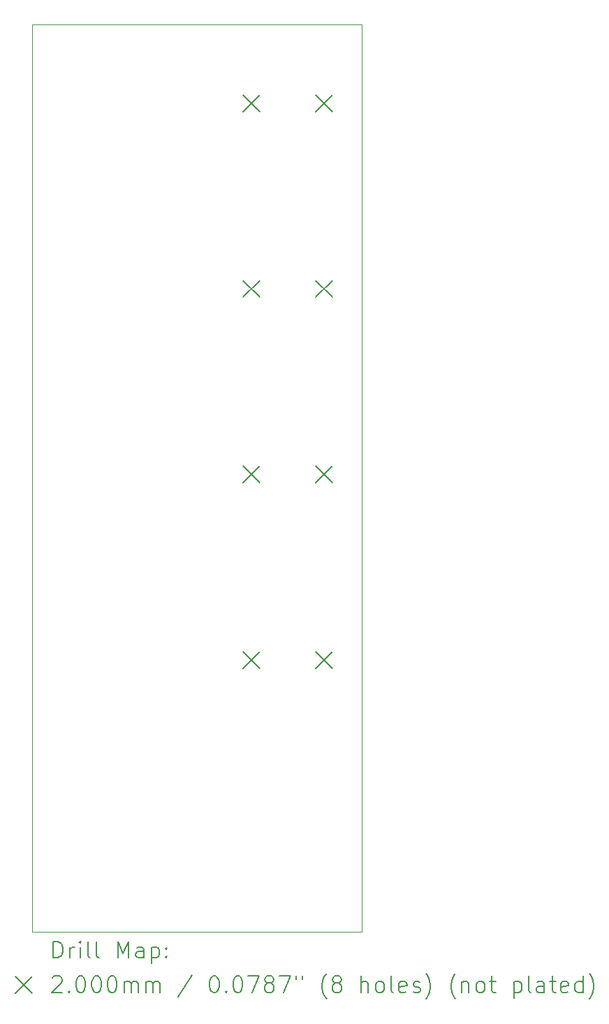
<source format=gbr>
%TF.GenerationSoftware,KiCad,Pcbnew,7.0.5.1-1-g8f565ef7f0-dirty-deb11*%
%TF.CreationDate,Date%
%TF.ProjectId,Basic-DC-mixer,42617369-632d-4444-932d-6d697865722e,rev?*%
%TF.SameCoordinates,Original*%
%TF.FileFunction,Drillmap*%
%TF.FilePolarity,Positive*%
%FSLAX45Y45*%
G04 Gerber Fmt 4.5, Leading zero omitted, Abs format (unit mm)*
G04 Created by KiCad*
%MOMM*%
%LPD*%
G01*
G04 APERTURE LIST*
%ADD10C,0.050000*%
%ADD11C,0.200000*%
G04 APERTURE END LIST*
D10*
X7000000Y-3100000D02*
X7000000Y-14100000D01*
X3000000Y-3100000D02*
X3000000Y-14100000D01*
X3000000Y-3100000D02*
X7000000Y-3100000D01*
X3000000Y-14100000D02*
X7000000Y-14100000D01*
D11*
X5560000Y-3955000D02*
X5760000Y-4155000D01*
X5760000Y-3955000D02*
X5560000Y-4155000D01*
X5560000Y-6205000D02*
X5760000Y-6405000D01*
X5760000Y-6205000D02*
X5560000Y-6405000D01*
X5560000Y-8455000D02*
X5760000Y-8655000D01*
X5760000Y-8455000D02*
X5560000Y-8655000D01*
X5560000Y-10705000D02*
X5760000Y-10905000D01*
X5760000Y-10705000D02*
X5560000Y-10905000D01*
X6440000Y-3955000D02*
X6640000Y-4155000D01*
X6640000Y-3955000D02*
X6440000Y-4155000D01*
X6440000Y-6205000D02*
X6640000Y-6405000D01*
X6640000Y-6205000D02*
X6440000Y-6405000D01*
X6440000Y-8455000D02*
X6640000Y-8655000D01*
X6640000Y-8455000D02*
X6440000Y-8655000D01*
X6440000Y-10705000D02*
X6640000Y-10905000D01*
X6640000Y-10705000D02*
X6440000Y-10905000D01*
X3258277Y-14413984D02*
X3258277Y-14213984D01*
X3258277Y-14213984D02*
X3305896Y-14213984D01*
X3305896Y-14213984D02*
X3334467Y-14223508D01*
X3334467Y-14223508D02*
X3353515Y-14242555D01*
X3353515Y-14242555D02*
X3363039Y-14261603D01*
X3363039Y-14261603D02*
X3372562Y-14299698D01*
X3372562Y-14299698D02*
X3372562Y-14328269D01*
X3372562Y-14328269D02*
X3363039Y-14366365D01*
X3363039Y-14366365D02*
X3353515Y-14385412D01*
X3353515Y-14385412D02*
X3334467Y-14404460D01*
X3334467Y-14404460D02*
X3305896Y-14413984D01*
X3305896Y-14413984D02*
X3258277Y-14413984D01*
X3458277Y-14413984D02*
X3458277Y-14280650D01*
X3458277Y-14318746D02*
X3467801Y-14299698D01*
X3467801Y-14299698D02*
X3477324Y-14290174D01*
X3477324Y-14290174D02*
X3496372Y-14280650D01*
X3496372Y-14280650D02*
X3515420Y-14280650D01*
X3582086Y-14413984D02*
X3582086Y-14280650D01*
X3582086Y-14213984D02*
X3572562Y-14223508D01*
X3572562Y-14223508D02*
X3582086Y-14233031D01*
X3582086Y-14233031D02*
X3591610Y-14223508D01*
X3591610Y-14223508D02*
X3582086Y-14213984D01*
X3582086Y-14213984D02*
X3582086Y-14233031D01*
X3705896Y-14413984D02*
X3686848Y-14404460D01*
X3686848Y-14404460D02*
X3677324Y-14385412D01*
X3677324Y-14385412D02*
X3677324Y-14213984D01*
X3810658Y-14413984D02*
X3791610Y-14404460D01*
X3791610Y-14404460D02*
X3782086Y-14385412D01*
X3782086Y-14385412D02*
X3782086Y-14213984D01*
X4039229Y-14413984D02*
X4039229Y-14213984D01*
X4039229Y-14213984D02*
X4105896Y-14356841D01*
X4105896Y-14356841D02*
X4172562Y-14213984D01*
X4172562Y-14213984D02*
X4172562Y-14413984D01*
X4353515Y-14413984D02*
X4353515Y-14309222D01*
X4353515Y-14309222D02*
X4343991Y-14290174D01*
X4343991Y-14290174D02*
X4324944Y-14280650D01*
X4324944Y-14280650D02*
X4286848Y-14280650D01*
X4286848Y-14280650D02*
X4267801Y-14290174D01*
X4353515Y-14404460D02*
X4334467Y-14413984D01*
X4334467Y-14413984D02*
X4286848Y-14413984D01*
X4286848Y-14413984D02*
X4267801Y-14404460D01*
X4267801Y-14404460D02*
X4258277Y-14385412D01*
X4258277Y-14385412D02*
X4258277Y-14366365D01*
X4258277Y-14366365D02*
X4267801Y-14347317D01*
X4267801Y-14347317D02*
X4286848Y-14337793D01*
X4286848Y-14337793D02*
X4334467Y-14337793D01*
X4334467Y-14337793D02*
X4353515Y-14328269D01*
X4448753Y-14280650D02*
X4448753Y-14480650D01*
X4448753Y-14290174D02*
X4467801Y-14280650D01*
X4467801Y-14280650D02*
X4505896Y-14280650D01*
X4505896Y-14280650D02*
X4524944Y-14290174D01*
X4524944Y-14290174D02*
X4534467Y-14299698D01*
X4534467Y-14299698D02*
X4543991Y-14318746D01*
X4543991Y-14318746D02*
X4543991Y-14375888D01*
X4543991Y-14375888D02*
X4534467Y-14394936D01*
X4534467Y-14394936D02*
X4524944Y-14404460D01*
X4524944Y-14404460D02*
X4505896Y-14413984D01*
X4505896Y-14413984D02*
X4467801Y-14413984D01*
X4467801Y-14413984D02*
X4448753Y-14404460D01*
X4629705Y-14394936D02*
X4639229Y-14404460D01*
X4639229Y-14404460D02*
X4629705Y-14413984D01*
X4629705Y-14413984D02*
X4620182Y-14404460D01*
X4620182Y-14404460D02*
X4629705Y-14394936D01*
X4629705Y-14394936D02*
X4629705Y-14413984D01*
X4629705Y-14290174D02*
X4639229Y-14299698D01*
X4639229Y-14299698D02*
X4629705Y-14309222D01*
X4629705Y-14309222D02*
X4620182Y-14299698D01*
X4620182Y-14299698D02*
X4629705Y-14290174D01*
X4629705Y-14290174D02*
X4629705Y-14309222D01*
X2797500Y-14642500D02*
X2997500Y-14842500D01*
X2997500Y-14642500D02*
X2797500Y-14842500D01*
X3248753Y-14653031D02*
X3258277Y-14643508D01*
X3258277Y-14643508D02*
X3277324Y-14633984D01*
X3277324Y-14633984D02*
X3324943Y-14633984D01*
X3324943Y-14633984D02*
X3343991Y-14643508D01*
X3343991Y-14643508D02*
X3353515Y-14653031D01*
X3353515Y-14653031D02*
X3363039Y-14672079D01*
X3363039Y-14672079D02*
X3363039Y-14691127D01*
X3363039Y-14691127D02*
X3353515Y-14719698D01*
X3353515Y-14719698D02*
X3239229Y-14833984D01*
X3239229Y-14833984D02*
X3363039Y-14833984D01*
X3448753Y-14814936D02*
X3458277Y-14824460D01*
X3458277Y-14824460D02*
X3448753Y-14833984D01*
X3448753Y-14833984D02*
X3439229Y-14824460D01*
X3439229Y-14824460D02*
X3448753Y-14814936D01*
X3448753Y-14814936D02*
X3448753Y-14833984D01*
X3582086Y-14633984D02*
X3601134Y-14633984D01*
X3601134Y-14633984D02*
X3620182Y-14643508D01*
X3620182Y-14643508D02*
X3629705Y-14653031D01*
X3629705Y-14653031D02*
X3639229Y-14672079D01*
X3639229Y-14672079D02*
X3648753Y-14710174D01*
X3648753Y-14710174D02*
X3648753Y-14757793D01*
X3648753Y-14757793D02*
X3639229Y-14795888D01*
X3639229Y-14795888D02*
X3629705Y-14814936D01*
X3629705Y-14814936D02*
X3620182Y-14824460D01*
X3620182Y-14824460D02*
X3601134Y-14833984D01*
X3601134Y-14833984D02*
X3582086Y-14833984D01*
X3582086Y-14833984D02*
X3563039Y-14824460D01*
X3563039Y-14824460D02*
X3553515Y-14814936D01*
X3553515Y-14814936D02*
X3543991Y-14795888D01*
X3543991Y-14795888D02*
X3534467Y-14757793D01*
X3534467Y-14757793D02*
X3534467Y-14710174D01*
X3534467Y-14710174D02*
X3543991Y-14672079D01*
X3543991Y-14672079D02*
X3553515Y-14653031D01*
X3553515Y-14653031D02*
X3563039Y-14643508D01*
X3563039Y-14643508D02*
X3582086Y-14633984D01*
X3772562Y-14633984D02*
X3791610Y-14633984D01*
X3791610Y-14633984D02*
X3810658Y-14643508D01*
X3810658Y-14643508D02*
X3820182Y-14653031D01*
X3820182Y-14653031D02*
X3829705Y-14672079D01*
X3829705Y-14672079D02*
X3839229Y-14710174D01*
X3839229Y-14710174D02*
X3839229Y-14757793D01*
X3839229Y-14757793D02*
X3829705Y-14795888D01*
X3829705Y-14795888D02*
X3820182Y-14814936D01*
X3820182Y-14814936D02*
X3810658Y-14824460D01*
X3810658Y-14824460D02*
X3791610Y-14833984D01*
X3791610Y-14833984D02*
X3772562Y-14833984D01*
X3772562Y-14833984D02*
X3753515Y-14824460D01*
X3753515Y-14824460D02*
X3743991Y-14814936D01*
X3743991Y-14814936D02*
X3734467Y-14795888D01*
X3734467Y-14795888D02*
X3724943Y-14757793D01*
X3724943Y-14757793D02*
X3724943Y-14710174D01*
X3724943Y-14710174D02*
X3734467Y-14672079D01*
X3734467Y-14672079D02*
X3743991Y-14653031D01*
X3743991Y-14653031D02*
X3753515Y-14643508D01*
X3753515Y-14643508D02*
X3772562Y-14633984D01*
X3963039Y-14633984D02*
X3982086Y-14633984D01*
X3982086Y-14633984D02*
X4001134Y-14643508D01*
X4001134Y-14643508D02*
X4010658Y-14653031D01*
X4010658Y-14653031D02*
X4020182Y-14672079D01*
X4020182Y-14672079D02*
X4029705Y-14710174D01*
X4029705Y-14710174D02*
X4029705Y-14757793D01*
X4029705Y-14757793D02*
X4020182Y-14795888D01*
X4020182Y-14795888D02*
X4010658Y-14814936D01*
X4010658Y-14814936D02*
X4001134Y-14824460D01*
X4001134Y-14824460D02*
X3982086Y-14833984D01*
X3982086Y-14833984D02*
X3963039Y-14833984D01*
X3963039Y-14833984D02*
X3943991Y-14824460D01*
X3943991Y-14824460D02*
X3934467Y-14814936D01*
X3934467Y-14814936D02*
X3924943Y-14795888D01*
X3924943Y-14795888D02*
X3915420Y-14757793D01*
X3915420Y-14757793D02*
X3915420Y-14710174D01*
X3915420Y-14710174D02*
X3924943Y-14672079D01*
X3924943Y-14672079D02*
X3934467Y-14653031D01*
X3934467Y-14653031D02*
X3943991Y-14643508D01*
X3943991Y-14643508D02*
X3963039Y-14633984D01*
X4115420Y-14833984D02*
X4115420Y-14700650D01*
X4115420Y-14719698D02*
X4124943Y-14710174D01*
X4124943Y-14710174D02*
X4143991Y-14700650D01*
X4143991Y-14700650D02*
X4172563Y-14700650D01*
X4172563Y-14700650D02*
X4191610Y-14710174D01*
X4191610Y-14710174D02*
X4201134Y-14729222D01*
X4201134Y-14729222D02*
X4201134Y-14833984D01*
X4201134Y-14729222D02*
X4210658Y-14710174D01*
X4210658Y-14710174D02*
X4229705Y-14700650D01*
X4229705Y-14700650D02*
X4258277Y-14700650D01*
X4258277Y-14700650D02*
X4277325Y-14710174D01*
X4277325Y-14710174D02*
X4286848Y-14729222D01*
X4286848Y-14729222D02*
X4286848Y-14833984D01*
X4382086Y-14833984D02*
X4382086Y-14700650D01*
X4382086Y-14719698D02*
X4391610Y-14710174D01*
X4391610Y-14710174D02*
X4410658Y-14700650D01*
X4410658Y-14700650D02*
X4439229Y-14700650D01*
X4439229Y-14700650D02*
X4458277Y-14710174D01*
X4458277Y-14710174D02*
X4467801Y-14729222D01*
X4467801Y-14729222D02*
X4467801Y-14833984D01*
X4467801Y-14729222D02*
X4477325Y-14710174D01*
X4477325Y-14710174D02*
X4496372Y-14700650D01*
X4496372Y-14700650D02*
X4524944Y-14700650D01*
X4524944Y-14700650D02*
X4543991Y-14710174D01*
X4543991Y-14710174D02*
X4553515Y-14729222D01*
X4553515Y-14729222D02*
X4553515Y-14833984D01*
X4943991Y-14624460D02*
X4772563Y-14881603D01*
X5201134Y-14633984D02*
X5220182Y-14633984D01*
X5220182Y-14633984D02*
X5239229Y-14643508D01*
X5239229Y-14643508D02*
X5248753Y-14653031D01*
X5248753Y-14653031D02*
X5258277Y-14672079D01*
X5258277Y-14672079D02*
X5267801Y-14710174D01*
X5267801Y-14710174D02*
X5267801Y-14757793D01*
X5267801Y-14757793D02*
X5258277Y-14795888D01*
X5258277Y-14795888D02*
X5248753Y-14814936D01*
X5248753Y-14814936D02*
X5239229Y-14824460D01*
X5239229Y-14824460D02*
X5220182Y-14833984D01*
X5220182Y-14833984D02*
X5201134Y-14833984D01*
X5201134Y-14833984D02*
X5182087Y-14824460D01*
X5182087Y-14824460D02*
X5172563Y-14814936D01*
X5172563Y-14814936D02*
X5163039Y-14795888D01*
X5163039Y-14795888D02*
X5153515Y-14757793D01*
X5153515Y-14757793D02*
X5153515Y-14710174D01*
X5153515Y-14710174D02*
X5163039Y-14672079D01*
X5163039Y-14672079D02*
X5172563Y-14653031D01*
X5172563Y-14653031D02*
X5182087Y-14643508D01*
X5182087Y-14643508D02*
X5201134Y-14633984D01*
X5353515Y-14814936D02*
X5363039Y-14824460D01*
X5363039Y-14824460D02*
X5353515Y-14833984D01*
X5353515Y-14833984D02*
X5343991Y-14824460D01*
X5343991Y-14824460D02*
X5353515Y-14814936D01*
X5353515Y-14814936D02*
X5353515Y-14833984D01*
X5486848Y-14633984D02*
X5505896Y-14633984D01*
X5505896Y-14633984D02*
X5524944Y-14643508D01*
X5524944Y-14643508D02*
X5534468Y-14653031D01*
X5534468Y-14653031D02*
X5543991Y-14672079D01*
X5543991Y-14672079D02*
X5553515Y-14710174D01*
X5553515Y-14710174D02*
X5553515Y-14757793D01*
X5553515Y-14757793D02*
X5543991Y-14795888D01*
X5543991Y-14795888D02*
X5534468Y-14814936D01*
X5534468Y-14814936D02*
X5524944Y-14824460D01*
X5524944Y-14824460D02*
X5505896Y-14833984D01*
X5505896Y-14833984D02*
X5486848Y-14833984D01*
X5486848Y-14833984D02*
X5467801Y-14824460D01*
X5467801Y-14824460D02*
X5458277Y-14814936D01*
X5458277Y-14814936D02*
X5448753Y-14795888D01*
X5448753Y-14795888D02*
X5439229Y-14757793D01*
X5439229Y-14757793D02*
X5439229Y-14710174D01*
X5439229Y-14710174D02*
X5448753Y-14672079D01*
X5448753Y-14672079D02*
X5458277Y-14653031D01*
X5458277Y-14653031D02*
X5467801Y-14643508D01*
X5467801Y-14643508D02*
X5486848Y-14633984D01*
X5620182Y-14633984D02*
X5753515Y-14633984D01*
X5753515Y-14633984D02*
X5667801Y-14833984D01*
X5858277Y-14719698D02*
X5839229Y-14710174D01*
X5839229Y-14710174D02*
X5829706Y-14700650D01*
X5829706Y-14700650D02*
X5820182Y-14681603D01*
X5820182Y-14681603D02*
X5820182Y-14672079D01*
X5820182Y-14672079D02*
X5829706Y-14653031D01*
X5829706Y-14653031D02*
X5839229Y-14643508D01*
X5839229Y-14643508D02*
X5858277Y-14633984D01*
X5858277Y-14633984D02*
X5896372Y-14633984D01*
X5896372Y-14633984D02*
X5915420Y-14643508D01*
X5915420Y-14643508D02*
X5924944Y-14653031D01*
X5924944Y-14653031D02*
X5934467Y-14672079D01*
X5934467Y-14672079D02*
X5934467Y-14681603D01*
X5934467Y-14681603D02*
X5924944Y-14700650D01*
X5924944Y-14700650D02*
X5915420Y-14710174D01*
X5915420Y-14710174D02*
X5896372Y-14719698D01*
X5896372Y-14719698D02*
X5858277Y-14719698D01*
X5858277Y-14719698D02*
X5839229Y-14729222D01*
X5839229Y-14729222D02*
X5829706Y-14738746D01*
X5829706Y-14738746D02*
X5820182Y-14757793D01*
X5820182Y-14757793D02*
X5820182Y-14795888D01*
X5820182Y-14795888D02*
X5829706Y-14814936D01*
X5829706Y-14814936D02*
X5839229Y-14824460D01*
X5839229Y-14824460D02*
X5858277Y-14833984D01*
X5858277Y-14833984D02*
X5896372Y-14833984D01*
X5896372Y-14833984D02*
X5915420Y-14824460D01*
X5915420Y-14824460D02*
X5924944Y-14814936D01*
X5924944Y-14814936D02*
X5934467Y-14795888D01*
X5934467Y-14795888D02*
X5934467Y-14757793D01*
X5934467Y-14757793D02*
X5924944Y-14738746D01*
X5924944Y-14738746D02*
X5915420Y-14729222D01*
X5915420Y-14729222D02*
X5896372Y-14719698D01*
X6001134Y-14633984D02*
X6134467Y-14633984D01*
X6134467Y-14633984D02*
X6048753Y-14833984D01*
X6201134Y-14633984D02*
X6201134Y-14672079D01*
X6277325Y-14633984D02*
X6277325Y-14672079D01*
X6572563Y-14910174D02*
X6563039Y-14900650D01*
X6563039Y-14900650D02*
X6543991Y-14872079D01*
X6543991Y-14872079D02*
X6534468Y-14853031D01*
X6534468Y-14853031D02*
X6524944Y-14824460D01*
X6524944Y-14824460D02*
X6515420Y-14776841D01*
X6515420Y-14776841D02*
X6515420Y-14738746D01*
X6515420Y-14738746D02*
X6524944Y-14691127D01*
X6524944Y-14691127D02*
X6534468Y-14662555D01*
X6534468Y-14662555D02*
X6543991Y-14643508D01*
X6543991Y-14643508D02*
X6563039Y-14614936D01*
X6563039Y-14614936D02*
X6572563Y-14605412D01*
X6677325Y-14719698D02*
X6658277Y-14710174D01*
X6658277Y-14710174D02*
X6648753Y-14700650D01*
X6648753Y-14700650D02*
X6639229Y-14681603D01*
X6639229Y-14681603D02*
X6639229Y-14672079D01*
X6639229Y-14672079D02*
X6648753Y-14653031D01*
X6648753Y-14653031D02*
X6658277Y-14643508D01*
X6658277Y-14643508D02*
X6677325Y-14633984D01*
X6677325Y-14633984D02*
X6715420Y-14633984D01*
X6715420Y-14633984D02*
X6734468Y-14643508D01*
X6734468Y-14643508D02*
X6743991Y-14653031D01*
X6743991Y-14653031D02*
X6753515Y-14672079D01*
X6753515Y-14672079D02*
X6753515Y-14681603D01*
X6753515Y-14681603D02*
X6743991Y-14700650D01*
X6743991Y-14700650D02*
X6734468Y-14710174D01*
X6734468Y-14710174D02*
X6715420Y-14719698D01*
X6715420Y-14719698D02*
X6677325Y-14719698D01*
X6677325Y-14719698D02*
X6658277Y-14729222D01*
X6658277Y-14729222D02*
X6648753Y-14738746D01*
X6648753Y-14738746D02*
X6639229Y-14757793D01*
X6639229Y-14757793D02*
X6639229Y-14795888D01*
X6639229Y-14795888D02*
X6648753Y-14814936D01*
X6648753Y-14814936D02*
X6658277Y-14824460D01*
X6658277Y-14824460D02*
X6677325Y-14833984D01*
X6677325Y-14833984D02*
X6715420Y-14833984D01*
X6715420Y-14833984D02*
X6734468Y-14824460D01*
X6734468Y-14824460D02*
X6743991Y-14814936D01*
X6743991Y-14814936D02*
X6753515Y-14795888D01*
X6753515Y-14795888D02*
X6753515Y-14757793D01*
X6753515Y-14757793D02*
X6743991Y-14738746D01*
X6743991Y-14738746D02*
X6734468Y-14729222D01*
X6734468Y-14729222D02*
X6715420Y-14719698D01*
X6991610Y-14833984D02*
X6991610Y-14633984D01*
X7077325Y-14833984D02*
X7077325Y-14729222D01*
X7077325Y-14729222D02*
X7067801Y-14710174D01*
X7067801Y-14710174D02*
X7048753Y-14700650D01*
X7048753Y-14700650D02*
X7020182Y-14700650D01*
X7020182Y-14700650D02*
X7001134Y-14710174D01*
X7001134Y-14710174D02*
X6991610Y-14719698D01*
X7201134Y-14833984D02*
X7182087Y-14824460D01*
X7182087Y-14824460D02*
X7172563Y-14814936D01*
X7172563Y-14814936D02*
X7163039Y-14795888D01*
X7163039Y-14795888D02*
X7163039Y-14738746D01*
X7163039Y-14738746D02*
X7172563Y-14719698D01*
X7172563Y-14719698D02*
X7182087Y-14710174D01*
X7182087Y-14710174D02*
X7201134Y-14700650D01*
X7201134Y-14700650D02*
X7229706Y-14700650D01*
X7229706Y-14700650D02*
X7248753Y-14710174D01*
X7248753Y-14710174D02*
X7258277Y-14719698D01*
X7258277Y-14719698D02*
X7267801Y-14738746D01*
X7267801Y-14738746D02*
X7267801Y-14795888D01*
X7267801Y-14795888D02*
X7258277Y-14814936D01*
X7258277Y-14814936D02*
X7248753Y-14824460D01*
X7248753Y-14824460D02*
X7229706Y-14833984D01*
X7229706Y-14833984D02*
X7201134Y-14833984D01*
X7382087Y-14833984D02*
X7363039Y-14824460D01*
X7363039Y-14824460D02*
X7353515Y-14805412D01*
X7353515Y-14805412D02*
X7353515Y-14633984D01*
X7534468Y-14824460D02*
X7515420Y-14833984D01*
X7515420Y-14833984D02*
X7477325Y-14833984D01*
X7477325Y-14833984D02*
X7458277Y-14824460D01*
X7458277Y-14824460D02*
X7448753Y-14805412D01*
X7448753Y-14805412D02*
X7448753Y-14729222D01*
X7448753Y-14729222D02*
X7458277Y-14710174D01*
X7458277Y-14710174D02*
X7477325Y-14700650D01*
X7477325Y-14700650D02*
X7515420Y-14700650D01*
X7515420Y-14700650D02*
X7534468Y-14710174D01*
X7534468Y-14710174D02*
X7543991Y-14729222D01*
X7543991Y-14729222D02*
X7543991Y-14748269D01*
X7543991Y-14748269D02*
X7448753Y-14767317D01*
X7620182Y-14824460D02*
X7639230Y-14833984D01*
X7639230Y-14833984D02*
X7677325Y-14833984D01*
X7677325Y-14833984D02*
X7696372Y-14824460D01*
X7696372Y-14824460D02*
X7705896Y-14805412D01*
X7705896Y-14805412D02*
X7705896Y-14795888D01*
X7705896Y-14795888D02*
X7696372Y-14776841D01*
X7696372Y-14776841D02*
X7677325Y-14767317D01*
X7677325Y-14767317D02*
X7648753Y-14767317D01*
X7648753Y-14767317D02*
X7629706Y-14757793D01*
X7629706Y-14757793D02*
X7620182Y-14738746D01*
X7620182Y-14738746D02*
X7620182Y-14729222D01*
X7620182Y-14729222D02*
X7629706Y-14710174D01*
X7629706Y-14710174D02*
X7648753Y-14700650D01*
X7648753Y-14700650D02*
X7677325Y-14700650D01*
X7677325Y-14700650D02*
X7696372Y-14710174D01*
X7772563Y-14910174D02*
X7782087Y-14900650D01*
X7782087Y-14900650D02*
X7801134Y-14872079D01*
X7801134Y-14872079D02*
X7810658Y-14853031D01*
X7810658Y-14853031D02*
X7820182Y-14824460D01*
X7820182Y-14824460D02*
X7829706Y-14776841D01*
X7829706Y-14776841D02*
X7829706Y-14738746D01*
X7829706Y-14738746D02*
X7820182Y-14691127D01*
X7820182Y-14691127D02*
X7810658Y-14662555D01*
X7810658Y-14662555D02*
X7801134Y-14643508D01*
X7801134Y-14643508D02*
X7782087Y-14614936D01*
X7782087Y-14614936D02*
X7772563Y-14605412D01*
X8134468Y-14910174D02*
X8124944Y-14900650D01*
X8124944Y-14900650D02*
X8105896Y-14872079D01*
X8105896Y-14872079D02*
X8096372Y-14853031D01*
X8096372Y-14853031D02*
X8086849Y-14824460D01*
X8086849Y-14824460D02*
X8077325Y-14776841D01*
X8077325Y-14776841D02*
X8077325Y-14738746D01*
X8077325Y-14738746D02*
X8086849Y-14691127D01*
X8086849Y-14691127D02*
X8096372Y-14662555D01*
X8096372Y-14662555D02*
X8105896Y-14643508D01*
X8105896Y-14643508D02*
X8124944Y-14614936D01*
X8124944Y-14614936D02*
X8134468Y-14605412D01*
X8210658Y-14700650D02*
X8210658Y-14833984D01*
X8210658Y-14719698D02*
X8220182Y-14710174D01*
X8220182Y-14710174D02*
X8239230Y-14700650D01*
X8239230Y-14700650D02*
X8267801Y-14700650D01*
X8267801Y-14700650D02*
X8286849Y-14710174D01*
X8286849Y-14710174D02*
X8296372Y-14729222D01*
X8296372Y-14729222D02*
X8296372Y-14833984D01*
X8420182Y-14833984D02*
X8401134Y-14824460D01*
X8401134Y-14824460D02*
X8391611Y-14814936D01*
X8391611Y-14814936D02*
X8382087Y-14795888D01*
X8382087Y-14795888D02*
X8382087Y-14738746D01*
X8382087Y-14738746D02*
X8391611Y-14719698D01*
X8391611Y-14719698D02*
X8401134Y-14710174D01*
X8401134Y-14710174D02*
X8420182Y-14700650D01*
X8420182Y-14700650D02*
X8448754Y-14700650D01*
X8448754Y-14700650D02*
X8467801Y-14710174D01*
X8467801Y-14710174D02*
X8477325Y-14719698D01*
X8477325Y-14719698D02*
X8486849Y-14738746D01*
X8486849Y-14738746D02*
X8486849Y-14795888D01*
X8486849Y-14795888D02*
X8477325Y-14814936D01*
X8477325Y-14814936D02*
X8467801Y-14824460D01*
X8467801Y-14824460D02*
X8448754Y-14833984D01*
X8448754Y-14833984D02*
X8420182Y-14833984D01*
X8543992Y-14700650D02*
X8620182Y-14700650D01*
X8572563Y-14633984D02*
X8572563Y-14805412D01*
X8572563Y-14805412D02*
X8582087Y-14824460D01*
X8582087Y-14824460D02*
X8601134Y-14833984D01*
X8601134Y-14833984D02*
X8620182Y-14833984D01*
X8839230Y-14700650D02*
X8839230Y-14900650D01*
X8839230Y-14710174D02*
X8858277Y-14700650D01*
X8858277Y-14700650D02*
X8896373Y-14700650D01*
X8896373Y-14700650D02*
X8915420Y-14710174D01*
X8915420Y-14710174D02*
X8924944Y-14719698D01*
X8924944Y-14719698D02*
X8934468Y-14738746D01*
X8934468Y-14738746D02*
X8934468Y-14795888D01*
X8934468Y-14795888D02*
X8924944Y-14814936D01*
X8924944Y-14814936D02*
X8915420Y-14824460D01*
X8915420Y-14824460D02*
X8896373Y-14833984D01*
X8896373Y-14833984D02*
X8858277Y-14833984D01*
X8858277Y-14833984D02*
X8839230Y-14824460D01*
X9048754Y-14833984D02*
X9029706Y-14824460D01*
X9029706Y-14824460D02*
X9020182Y-14805412D01*
X9020182Y-14805412D02*
X9020182Y-14633984D01*
X9210658Y-14833984D02*
X9210658Y-14729222D01*
X9210658Y-14729222D02*
X9201135Y-14710174D01*
X9201135Y-14710174D02*
X9182087Y-14700650D01*
X9182087Y-14700650D02*
X9143992Y-14700650D01*
X9143992Y-14700650D02*
X9124944Y-14710174D01*
X9210658Y-14824460D02*
X9191611Y-14833984D01*
X9191611Y-14833984D02*
X9143992Y-14833984D01*
X9143992Y-14833984D02*
X9124944Y-14824460D01*
X9124944Y-14824460D02*
X9115420Y-14805412D01*
X9115420Y-14805412D02*
X9115420Y-14786365D01*
X9115420Y-14786365D02*
X9124944Y-14767317D01*
X9124944Y-14767317D02*
X9143992Y-14757793D01*
X9143992Y-14757793D02*
X9191611Y-14757793D01*
X9191611Y-14757793D02*
X9210658Y-14748269D01*
X9277325Y-14700650D02*
X9353515Y-14700650D01*
X9305896Y-14633984D02*
X9305896Y-14805412D01*
X9305896Y-14805412D02*
X9315420Y-14824460D01*
X9315420Y-14824460D02*
X9334468Y-14833984D01*
X9334468Y-14833984D02*
X9353515Y-14833984D01*
X9496373Y-14824460D02*
X9477325Y-14833984D01*
X9477325Y-14833984D02*
X9439230Y-14833984D01*
X9439230Y-14833984D02*
X9420182Y-14824460D01*
X9420182Y-14824460D02*
X9410658Y-14805412D01*
X9410658Y-14805412D02*
X9410658Y-14729222D01*
X9410658Y-14729222D02*
X9420182Y-14710174D01*
X9420182Y-14710174D02*
X9439230Y-14700650D01*
X9439230Y-14700650D02*
X9477325Y-14700650D01*
X9477325Y-14700650D02*
X9496373Y-14710174D01*
X9496373Y-14710174D02*
X9505896Y-14729222D01*
X9505896Y-14729222D02*
X9505896Y-14748269D01*
X9505896Y-14748269D02*
X9410658Y-14767317D01*
X9677325Y-14833984D02*
X9677325Y-14633984D01*
X9677325Y-14824460D02*
X9658277Y-14833984D01*
X9658277Y-14833984D02*
X9620182Y-14833984D01*
X9620182Y-14833984D02*
X9601135Y-14824460D01*
X9601135Y-14824460D02*
X9591611Y-14814936D01*
X9591611Y-14814936D02*
X9582087Y-14795888D01*
X9582087Y-14795888D02*
X9582087Y-14738746D01*
X9582087Y-14738746D02*
X9591611Y-14719698D01*
X9591611Y-14719698D02*
X9601135Y-14710174D01*
X9601135Y-14710174D02*
X9620182Y-14700650D01*
X9620182Y-14700650D02*
X9658277Y-14700650D01*
X9658277Y-14700650D02*
X9677325Y-14710174D01*
X9753516Y-14910174D02*
X9763039Y-14900650D01*
X9763039Y-14900650D02*
X9782087Y-14872079D01*
X9782087Y-14872079D02*
X9791611Y-14853031D01*
X9791611Y-14853031D02*
X9801135Y-14824460D01*
X9801135Y-14824460D02*
X9810658Y-14776841D01*
X9810658Y-14776841D02*
X9810658Y-14738746D01*
X9810658Y-14738746D02*
X9801135Y-14691127D01*
X9801135Y-14691127D02*
X9791611Y-14662555D01*
X9791611Y-14662555D02*
X9782087Y-14643508D01*
X9782087Y-14643508D02*
X9763039Y-14614936D01*
X9763039Y-14614936D02*
X9753516Y-14605412D01*
M02*

</source>
